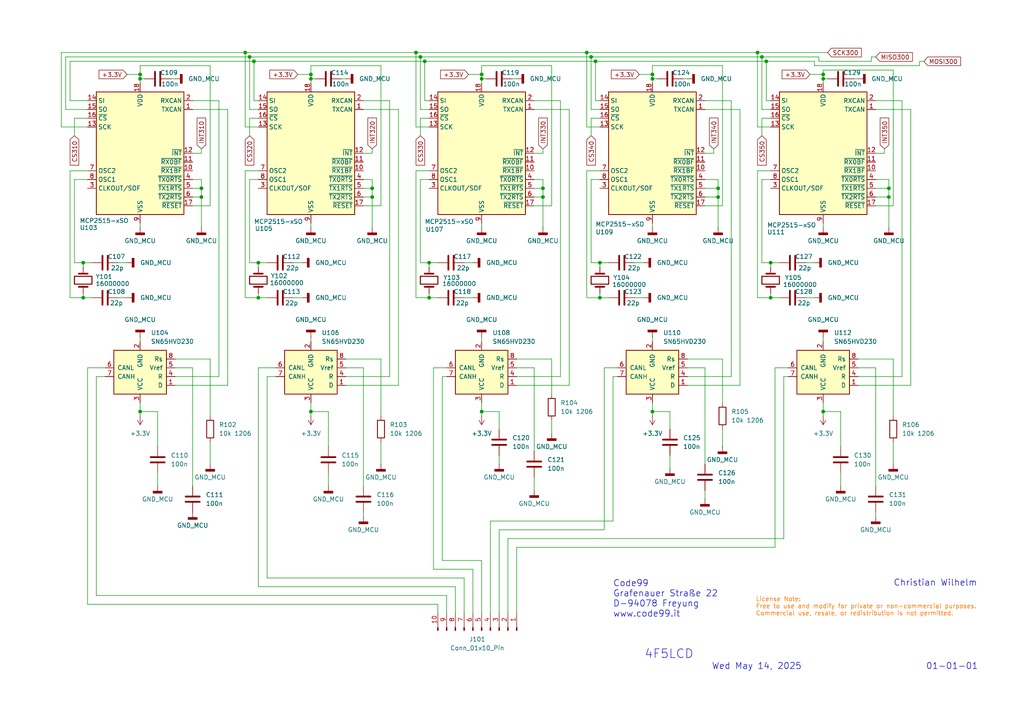
<source format=kicad_sch>
(kicad_sch (version 20250114) (generator "eeschema") (generator_version "9.0")
  (paper "A4")
  (text "Wed May 14, 2025" (at 206.4143 193.346 0) (effects (font (size 1.8288 1.8288)) (justify left)))
  (text "License Note:\nFree to use and modify for private or non-commercial purposes.\nCommercial use, resale, or redistribution is not permitted." (at 219.202 176.022 0) (effects (font (size 1.27 1.27)) (justify left)))
  (text "Code99\nGrafenauer Straße 22\nD-94078 Freyung\nwww.code99.it" (at 177.8 173.736 0) (effects (font (size 1.8288 1.8288)) (justify left)))
  (text "4F5LCD" (at 186.8804 189.8105 0) (effects (font (size 2.54 2.54)) (justify left)))
  (text "Christian Wilhelm" (at 283.464 169.164 0) (effects (font (size 1.8288 1.8288)) (justify right)))
  (text "01-01-01" (at 268.5515 193.346 0) (effects (font (size 1.8288 1.8288)) (justify left)))
  (junction (at 71.12 15.24))
  (junction (at 90.17 119.38))
  (junction (at 238.76 22.86))
  (junction (at 107.95 57.15))
  (junction (at 208.28 54.61))
  (junction (at 74.93 76.2))
  (junction (at 139.7 21.59))
  (junction (at 40.64 22.86))
  (junction (at 139.7 22.86))
  (junction (at 123.19 17.78))
  (junction (at 58.42 54.61))
  (junction (at 73.66 17.78))
  (junction (at 139.7 119.38))
  (junction (at 173.99 76.2))
  (junction (at 257.81 57.15))
  (junction (at 107.95 54.61))
  (junction (at 157.48 54.61))
  (junction (at 24.13 76.2))
  (junction (at 40.64 21.59))
  (junction (at 24.13 86.36))
  (junction (at 120.65 15.24))
  (junction (at 208.28 57.15))
  (junction (at 72.39 16.51))
  (junction (at 74.93 86.36))
  (junction (at 157.48 57.15))
  (junction (at 124.46 86.36))
  (junction (at 189.23 22.86))
  (junction (at 173.99 86.36))
  (junction (at 223.52 86.36))
  (junction (at 189.23 21.59))
  (junction (at 124.46 76.2))
  (junction (at 257.81 54.61))
  (junction (at 238.76 21.59))
  (junction (at 172.72 17.78))
  (junction (at 121.92 16.51))
  (junction (at 189.23 119.38))
  (junction (at 171.45 16.51))
  (junction (at 58.42 57.15))
  (junction (at 90.17 21.59))
  (junction (at 238.76 119.38))
  (junction (at 222.25 17.78))
  (junction (at 220.98 16.51))
  (junction (at 40.64 119.38))
  (junction (at 170.18 15.24))
  (junction (at 223.52 76.2))
  (junction (at 219.71 15.24))
  (junction (at 90.17 22.86))
  (wire (pts (xy 266.7 17.78) (xy 267.97 17.78)))
  (wire (pts (xy 256.54 43.18) (xy 256.54 44.45)))
  (wire (pts (xy 107.95 44.45) (xy 105.41 44.45)))
  (wire (pts (xy 204.47 59.69) (xy 209.55 59.69)))
  (wire (pts (xy 107.95 66.04) (xy 107.95 57.15)))
  (wire (pts (xy 45.72 137.16) (xy 45.72 140.97)))
  (wire (pts (xy 27.94 172.72) (xy 129.54 172.72)))
  (wire (pts (xy 189.23 22.86) (xy 190.5 22.86)))
  (wire (pts (xy 72.39 39.37) (xy 72.39 34.29)))
  (wire (pts (xy 128.27 109.22) (xy 128.27 162.56)))
  (wire (pts (xy 132.08 177.8) (xy 132.08 170.18)))
  (wire (pts (xy 55.88 59.69) (xy 60.96 59.69)))
  (wire (pts (xy 189.23 119.38) (xy 194.31 119.38)))
  (wire (pts (xy 157.48 44.45) (xy 154.94 44.45)))
  (wire (pts (xy 113.03 109.22) (xy 113.03 29.21)))
  (wire (pts (xy 120.65 49.53) (xy 124.46 49.53)))
  (wire (pts (xy 144.78 153.67) (xy 175.26 153.67)))
  (wire (pts (xy 25.4 106.68) (xy 30.48 106.68)))
  (wire (pts (xy 95.25 119.38) (xy 95.25 129.54)))
  (wire (pts (xy 21.59 76.2) (xy 24.13 76.2)))
  (wire (pts (xy 40.64 116.84) (xy 40.64 119.38)))
  (wire (pts (xy 71.12 86.36) (xy 74.93 86.36)))
  (wire (pts (xy 219.71 15.24) (xy 219.71 36.83)))
  (wire (pts (xy 204.47 134.62) (xy 204.47 106.68)))
  (wire (pts (xy 184.15 76.2) (xy 186.69 76.2)))
  (wire (pts (xy 25.4 29.21) (xy 20.32 29.21)))
  (wire (pts (xy 189.23 119.38) (xy 189.23 120.65)))
  (wire (pts (xy 209.55 59.69) (xy 209.55 19.05)))
  (wire (pts (xy 50.8 111.76) (xy 66.04 111.76)))
  (wire (pts (xy 173.99 86.36) (xy 173.99 85.09)))
  (wire (pts (xy 110.49 104.14) (xy 100.33 104.14)))
  (wire (pts (xy 254 59.69) (xy 259.08 59.69)))
  (wire (pts (xy 170.18 86.36) (xy 173.99 86.36)))
  (wire (pts (xy 171.45 16.51) (xy 220.98 16.51)))
  (wire (pts (xy 238.76 22.86) (xy 240.03 22.86)))
  (wire (pts (xy 220.98 52.07) (xy 220.98 76.2)))
  (wire (pts (xy 243.84 119.38) (xy 243.84 129.54)))
  (wire (pts (xy 20.32 49.53) (xy 20.32 86.36)))
  (wire (pts (xy 74.93 31.75) (xy 72.39 31.75)))
  (wire (pts (xy 189.23 97.79) (xy 189.23 99.06)))
  (wire (pts (xy 71.12 15.24) (xy 120.65 15.24)))
  (wire (pts (xy 207.01 43.18) (xy 207.01 44.45)))
  (wire (pts (xy 60.96 19.05) (xy 40.64 19.05)))
  (wire (pts (xy 261.62 29.21) (xy 254 29.21)))
  (wire (pts (xy 40.64 22.86) (xy 40.64 24.13)))
  (wire (pts (xy 189.23 21.59) (xy 189.23 22.86)))
  (wire (pts (xy 219.71 86.36) (xy 223.52 86.36)))
  (wire (pts (xy 121.92 52.07) (xy 124.46 52.07)))
  (wire (pts (xy 36.83 21.59) (xy 40.64 21.59)))
  (wire (pts (xy 60.96 128.27) (xy 60.96 134.62)))
  (wire (pts (xy 17.78 15.24) (xy 71.12 15.24)))
  (wire (pts (xy 154.94 54.61) (xy 157.48 54.61)))
  (wire (pts (xy 40.64 22.86) (xy 41.91 22.86)))
  (wire (pts (xy 173.99 31.75) (xy 171.45 31.75)))
  (wire (pts (xy 177.8 151.13) (xy 142.24 151.13)))
  (wire (pts (xy 222.25 17.78) (xy 222.25 29.21)))
  (wire (pts (xy 74.93 29.21) (xy 73.66 29.21)))
  (wire (pts (xy 139.7 97.79) (xy 139.7 99.06)))
  (wire (pts (xy 238.76 119.38) (xy 238.76 120.65)))
  (wire (pts (xy 72.39 52.07) (xy 72.39 76.2)))
  (wire (pts (xy 90.17 21.59) (xy 90.17 22.86)))
  (wire (pts (xy 254 52.07) (xy 257.81 52.07)))
  (wire (pts (xy 113.03 29.21) (xy 105.41 29.21)))
  (wire (pts (xy 139.7 22.86) (xy 139.7 24.13)))
  (wire (pts (xy 227.33 109.22) (xy 228.6 109.22)))
  (wire (pts (xy 247.65 22.86) (xy 248.92 22.86)))
  (wire (pts (xy 199.39 111.76) (xy 214.63 111.76)))
  (wire (pts (xy 144.78 119.38) (xy 144.78 124.46)))
  (wire (pts (xy 254 57.15) (xy 257.81 57.15)))
  (wire (pts (xy 189.23 116.84) (xy 189.23 119.38)))
  (wire (pts (xy 198.12 22.86) (xy 199.39 22.86)))
  (wire (pts (xy 236.22 19.05) (xy 266.7 19.05)))
  (wire (pts (xy 165.1 31.75) (xy 154.94 31.75)))
  (wire (pts (xy 162.56 29.21) (xy 154.94 29.21)))
  (wire (pts (xy 139.7 19.05) (xy 139.7 21.59)))
  (wire (pts (xy 171.45 16.51) (xy 171.45 31.75)))
  (wire (pts (xy 238.76 119.38) (xy 243.84 119.38)))
  (wire (pts (xy 121.92 52.07) (xy 121.92 76.2)))
  (wire (pts (xy 248.92 109.22) (xy 261.62 109.22)))
  (wire (pts (xy 173.99 36.83) (xy 170.18 36.83)))
  (wire (pts (xy 154.94 138.43) (xy 154.94 142.24)))
  (wire (pts (xy 24.13 86.36) (xy 24.13 85.09)))
  (wire (pts (xy 233.68 76.2) (xy 236.22 76.2)))
  (wire (pts (xy 147.32 156.21) (xy 227.33 156.21)))
  (wire (pts (xy 264.16 31.75) (xy 254 31.75)))
  (wire (pts (xy 173.99 86.36) (xy 176.53 86.36)))
  (wire (pts (xy 144.78 153.67) (xy 144.78 177.8)))
  (wire (pts (xy 222.25 17.78) (xy 236.22 17.78)))
  (wire (pts (xy 237.49 17.78) (xy 252.73 17.78)))
  (wire (pts (xy 160.02 121.92) (xy 160.02 125.73)))
  (wire (pts (xy 259.08 20.32) (xy 238.76 20.32)))
  (wire (pts (xy 157.48 43.18) (xy 157.48 44.45)))
  (wire (pts (xy 149.86 109.22) (xy 162.56 109.22)))
  (wire (pts (xy 66.04 31.75) (xy 55.88 31.75)))
  (wire (pts (xy 220.98 16.51) (xy 237.49 16.51)))
  (wire (pts (xy 123.19 17.78) (xy 123.19 29.21)))
  (wire (pts (xy 157.48 54.61) (xy 157.48 57.15)))
  (wire (pts (xy 139.7 119.38) (xy 144.78 119.38)))
  (wire (pts (xy 20.32 86.36) (xy 24.13 86.36)))
  (wire (pts (xy 107.95 43.18) (xy 107.95 44.45)))
  (wire (pts (xy 72.39 16.51) (xy 72.39 31.75)))
  (wire (pts (xy 234.95 21.59) (xy 238.76 21.59)))
  (wire (pts (xy 25.4 175.26) (xy 127 175.26)))
  (wire (pts (xy 124.46 29.21) (xy 123.19 29.21)))
  (wire (pts (xy 204.47 52.07) (xy 208.28 52.07)))
  (wire (pts (xy 236.22 17.78) (xy 236.22 19.05)))
  (wire (pts (xy 227.33 109.22) (xy 227.33 156.21)))
  (wire (pts (xy 124.46 31.75) (xy 121.92 31.75)))
  (wire (pts (xy 21.59 39.37) (xy 21.59 34.29)))
  (wire (pts (xy 58.42 54.61) (xy 58.42 57.15)))
  (wire (pts (xy 220.98 76.2) (xy 223.52 76.2)))
  (wire (pts (xy 55.88 54.61) (xy 58.42 54.61)))
  (wire (pts (xy 238.76 97.79) (xy 238.76 99.06)))
  (wire (pts (xy 219.71 49.53) (xy 219.71 86.36)))
  (wire (pts (xy 157.48 57.15) (xy 154.94 57.15)))
  (wire (pts (xy 171.45 52.07) (xy 171.45 76.2)))
  (wire (pts (xy 40.64 97.79) (xy 40.64 99.06)))
  (wire (pts (xy 40.64 119.38) (xy 45.72 119.38)))
  (wire (pts (xy 121.92 39.37) (xy 121.92 34.29)))
  (wire (pts (xy 115.57 31.75) (xy 105.41 31.75)))
  (wire (pts (xy 105.41 140.97) (xy 105.41 106.68)))
  (wire (pts (xy 160.02 19.05) (xy 139.7 19.05)))
  (wire (pts (xy 160.02 59.69) (xy 160.02 19.05)))
  (wire (pts (xy 173.99 77.47) (xy 173.99 76.2)))
  (wire (pts (xy 147.32 177.8) (xy 147.32 156.21)))
  (wire (pts (xy 189.23 22.86) (xy 189.23 24.13)))
  (wire (pts (xy 20.32 49.53) (xy 25.4 49.53)))
  (wire (pts (xy 124.46 76.2) (xy 127 76.2)))
  (wire (pts (xy 254 140.97) (xy 254 106.68)))
  (wire (pts (xy 223.52 29.21) (xy 222.25 29.21)))
  (wire (pts (xy 259.08 128.27) (xy 259.08 134.62)))
  (wire (pts (xy 100.33 109.22) (xy 113.03 109.22)))
  (wire (pts (xy 238.76 22.86) (xy 238.76 24.13)))
  (wire (pts (xy 254 106.68) (xy 248.92 106.68)))
  (wire (pts (xy 63.5 109.22) (xy 63.5 29.21)))
  (wire (pts (xy 19.05 16.51) (xy 72.39 16.51)))
  (wire (pts (xy 238.76 116.84) (xy 238.76 119.38)))
  (wire (pts (xy 72.39 34.29) (xy 74.93 34.29)))
  (wire (pts (xy 40.64 21.59) (xy 40.64 22.86)))
  (wire (pts (xy 139.7 119.38) (xy 139.7 120.65)))
  (wire (pts (xy 189.23 64.77) (xy 189.23 66.04)))
  (wire (pts (xy 85.09 86.36) (xy 87.63 86.36)))
  (wire (pts (xy 256.54 44.45) (xy 254 44.45)))
  (wire (pts (xy 238.76 20.32) (xy 238.76 21.59)))
  (wire (pts (xy 90.17 19.05) (xy 90.17 21.59)))
  (wire (pts (xy 139.7 22.86) (xy 140.97 22.86)))
  (wire (pts (xy 142.24 151.13) (xy 142.24 177.8)))
  (wire (pts (xy 171.45 34.29) (xy 173.99 34.29)))
  (wire (pts (xy 19.05 31.75) (xy 19.05 16.51)))
  (wire (pts (xy 184.15 86.36) (xy 186.69 86.36)))
  (wire (pts (xy 127 175.26) (xy 127 177.8)))
  (wire (pts (xy 49.53 22.86) (xy 50.8 22.86)))
  (wire (pts (xy 20.32 17.78) (xy 73.66 17.78)))
  (wire (pts (xy 120.65 15.24) (xy 170.18 15.24)))
  (wire (pts (xy 208.28 54.61) (xy 204.47 54.61)))
  (wire (pts (xy 223.52 77.47) (xy 223.52 76.2)))
  (wire (pts (xy 90.17 119.38) (xy 90.17 120.65)))
  (wire (pts (xy 77.47 109.22) (xy 77.47 167.64)))
  (wire (pts (xy 60.96 59.69) (xy 60.96 19.05)))
  (wire (pts (xy 185.42 21.59) (xy 189.23 21.59)))
  (wire (pts (xy 27.94 109.22) (xy 27.94 172.72)))
  (wire (pts (xy 170.18 49.53) (xy 173.99 49.53)))
  (wire (pts (xy 55.88 106.68) (xy 50.8 106.68)))
  (wire (pts (xy 248.92 111.76) (xy 264.16 111.76)))
  (wire (pts (xy 60.96 104.14) (xy 50.8 104.14)))
  (wire (pts (xy 55.88 44.45) (xy 58.42 44.45)))
  (wire (pts (xy 77.47 109.22) (xy 80.01 109.22)))
  (wire (pts (xy 110.49 120.65) (xy 110.49 104.14)))
  (wire (pts (xy 220.98 34.29) (xy 220.98 39.37)))
  (wire (pts (xy 224.79 106.68) (xy 228.6 106.68)))
  (wire (pts (xy 252.73 16.51) (xy 254 16.51)))
  (wire (pts (xy 233.68 86.36) (xy 236.22 86.36)))
  (wire (pts (xy 209.55 124.46) (xy 209.55 129.54)))
  (wire (pts (xy 21.59 52.07) (xy 25.4 52.07)))
  (wire (pts (xy 58.42 43.18) (xy 58.42 44.45)))
  (wire (pts (xy 129.54 172.72) (xy 129.54 177.8)))
  (wire (pts (xy 124.46 86.36) (xy 127 86.36)))
  (wire (pts (xy 72.39 76.2) (xy 74.93 76.2)))
  (wire (pts (xy 34.29 86.36) (xy 36.83 86.36)))
  (wire (pts (xy 237.49 16.51) (xy 237.49 17.78)))
  (wire (pts (xy 40.64 119.38) (xy 40.64 120.65)))
  (wire (pts (xy 199.39 109.22) (xy 212.09 109.22)))
  (wire (pts (xy 154.94 59.69) (xy 160.02 59.69)))
  (wire (pts (xy 189.23 19.05) (xy 189.23 21.59)))
  (wire (pts (xy 165.1 111.76) (xy 165.1 31.75)))
  (wire (pts (xy 123.19 17.78) (xy 172.72 17.78)))
  (wire (pts (xy 121.92 16.51) (xy 171.45 16.51)))
  (wire (pts (xy 207.01 44.45) (xy 204.47 44.45)))
  (wire (pts (xy 254 148.59) (xy 254 149.86)))
  (wire (pts (xy 72.39 16.51) (xy 121.92 16.51)))
  (wire (pts (xy 105.41 59.69) (xy 110.49 59.69)))
  (wire (pts (xy 40.64 19.05) (xy 40.64 21.59)))
  (wire (pts (xy 45.72 119.38) (xy 45.72 129.54)))
  (wire (pts (xy 120.65 15.24) (xy 120.65 36.83)))
  (wire (pts (xy 144.78 132.08) (xy 144.78 134.62)))
  (wire (pts (xy 107.95 57.15) (xy 105.41 57.15)))
  (wire (pts (xy 25.4 31.75) (xy 19.05 31.75)))
  (wire (pts (xy 134.62 167.64) (xy 77.47 167.64)))
  (wire (pts (xy 71.12 49.53) (xy 71.12 86.36)))
  (wire (pts (xy 194.31 119.38) (xy 194.31 124.46)))
  (wire (pts (xy 107.95 54.61) (xy 105.41 54.61)))
  (wire (pts (xy 95.25 137.16) (xy 95.25 140.97)))
  (wire (pts (xy 220.98 52.07) (xy 223.52 52.07)))
  (wire (pts (xy 139.7 21.59) (xy 139.7 22.86)))
  (wire (pts (xy 214.63 31.75) (xy 204.47 31.75)))
  (wire (pts (xy 139.7 64.77) (xy 139.7 66.04)))
  (wire (pts (xy 134.62 177.8) (xy 134.62 167.64)))
  (wire (pts (xy 90.17 119.38) (xy 95.25 119.38)))
  (wire (pts (xy 27.94 109.22) (xy 30.48 109.22)))
  (wire (pts (xy 223.52 86.36) (xy 226.06 86.36)))
  (wire (pts (xy 139.7 177.8) (xy 139.7 162.56)))
  (wire (pts (xy 90.17 116.84) (xy 90.17 119.38)))
  (wire (pts (xy 115.57 111.76) (xy 115.57 31.75)))
  (wire (pts (xy 154.94 130.81) (xy 154.94 106.68)))
  (wire (pts (xy 110.49 19.05) (xy 90.17 19.05)))
  (wire (pts (xy 134.62 76.2) (xy 137.16 76.2)))
  (wire (pts (xy 208.28 57.15) (xy 204.47 57.15)))
  (wire (pts (xy 243.84 137.16) (xy 243.84 140.97)))
  (wire (pts (xy 266.7 19.05) (xy 266.7 17.78)))
  (wire (pts (xy 25.4 106.68) (xy 25.4 175.26)))
  (wire (pts (xy 177.8 151.13) (xy 177.8 109.22)))
  (wire (pts (xy 124.46 36.83) (xy 120.65 36.83)))
  (wire (pts (xy 125.73 106.68) (xy 125.73 165.1)))
  (wire (pts (xy 125.73 106.68) (xy 129.54 106.68)))
  (wire (pts (xy 257.81 57.15) (xy 257.81 66.04)))
  (wire (pts (xy 134.62 86.36) (xy 137.16 86.36)))
  (wire (pts (xy 149.86 158.75) (xy 224.79 158.75)))
  (wire (pts (xy 132.08 170.18) (xy 74.93 170.18)))
  (wire (pts (xy 204.47 106.68) (xy 199.39 106.68)))
  (wire (pts (xy 160.02 104.14) (xy 149.86 104.14)))
  (wire (pts (xy 85.09 76.2) (xy 87.63 76.2)))
  (wire (pts (xy 175.26 153.67) (xy 175.26 106.68)))
  (wire (pts (xy 264.16 111.76) (xy 264.16 31.75)))
  (wire (pts (xy 74.93 85.09) (xy 74.93 86.36)))
  (wire (pts (xy 208.28 57.15) (xy 208.28 54.61)))
  (wire (pts (xy 170.18 15.24) (xy 170.18 36.83)))
  (wire (pts (xy 121.92 16.51) (xy 121.92 31.75)))
  (wire (pts (xy 55.88 140.97) (xy 55.88 106.68)))
  (wire (pts (xy 170.18 49.53) (xy 170.18 86.36)))
  (wire (pts (xy 194.31 132.08) (xy 194.31 135.89)))
  (wire (pts (xy 60.96 120.65) (xy 60.96 104.14)))
  (wire (pts (xy 40.64 64.77) (xy 40.64 66.04)))
  (wire (pts (xy 58.42 66.04) (xy 58.42 57.15)))
  (wire (pts (xy 66.04 111.76) (xy 66.04 31.75)))
  (wire (pts (xy 74.93 76.2) (xy 77.47 76.2)))
  (wire (pts (xy 90.17 64.77) (xy 90.17 66.04)))
  (wire (pts (xy 71.12 49.53) (xy 74.93 49.53)))
  (wire (pts (xy 105.41 106.68) (xy 100.33 106.68)))
  (wire (pts (xy 71.12 15.24) (xy 71.12 36.83)))
  (wire (pts (xy 157.48 66.04) (xy 157.48 57.15)))
  (wire (pts (xy 110.49 59.69) (xy 110.49 19.05)))
  (wire (pts (xy 154.94 52.07) (xy 157.48 52.07)))
  (wire (pts (xy 50.8 109.22) (xy 63.5 109.22)))
  (wire (pts (xy 173.99 29.21) (xy 172.72 29.21)))
  (wire (pts (xy 105.41 148.59) (xy 105.41 149.86)))
  (wire (pts (xy 74.93 106.68) (xy 74.93 170.18)))
  (wire (pts (xy 172.72 17.78) (xy 222.25 17.78)))
  (wire (pts (xy 120.65 86.36) (xy 124.46 86.36)))
  (wire (pts (xy 107.95 54.61) (xy 107.95 52.07)))
  (wire (pts (xy 208.28 66.04) (xy 208.28 57.15)))
  (wire (pts (xy 55.88 52.07) (xy 58.42 52.07)))
  (wire (pts (xy 139.7 116.84) (xy 139.7 119.38)))
  (wire (pts (xy 139.7 162.56) (xy 128.27 162.56)))
  (wire (pts (xy 149.86 111.76) (xy 165.1 111.76)))
  (wire (pts (xy 171.45 76.2) (xy 173.99 76.2)))
  (wire (pts (xy 90.17 22.86) (xy 90.17 24.13)))
  (wire (pts (xy 149.86 177.8) (xy 149.86 158.75)))
  (wire (pts (xy 17.78 36.83) (xy 17.78 15.24)))
  (wire (pts (xy 21.59 34.29) (xy 25.4 34.29)))
  (wire (pts (xy 220.98 34.29) (xy 223.52 34.29)))
  (wire (pts (xy 73.66 17.78) (xy 123.19 17.78)))
  (wire (pts (xy 21.59 52.07) (xy 21.59 76.2)))
  (wire (pts (xy 209.55 104.14) (xy 199.39 104.14)))
  (wire (pts (xy 160.02 114.3) (xy 160.02 104.14)))
  (wire (pts (xy 208.28 52.07) (xy 208.28 54.61)))
  (wire (pts (xy 209.55 116.84) (xy 209.55 104.14)))
  (wire (pts (xy 209.55 19.05) (xy 189.23 19.05)))
  (wire (pts (xy 135.89 21.59) (xy 139.7 21.59)))
  (wire (pts (xy 224.79 158.75) (xy 224.79 106.68)))
  (wire (pts (xy 58.42 57.15) (xy 55.88 57.15)))
  (wire (pts (xy 259.08 59.69) (xy 259.08 20.32)))
  (wire (pts (xy 223.52 36.83) (xy 219.71 36.83)))
  (wire (pts (xy 212.09 29.21) (xy 204.47 29.21)))
  (wire (pts (xy 86.36 21.59) (xy 90.17 21.59)))
  (wire (pts (xy 257.81 52.07) (xy 257.81 54.61)))
  (wire (pts (xy 107.95 52.07) (xy 105.41 52.07)))
  (wire (pts (xy 58.42 52.07) (xy 58.42 54.61)))
  (wire (pts (xy 24.13 86.36) (xy 26.67 86.36)))
  (wire (pts (xy 254 54.61) (xy 257.81 54.61)))
  (wire (pts (xy 261.62 109.22) (xy 261.62 29.21)))
  (wire (pts (xy 214.63 111.76) (xy 214.63 31.75)))
  (wire (pts (xy 74.93 77.47) (xy 74.93 76.2)))
  (wire (pts (xy 24.13 76.2) (xy 26.67 76.2)))
  (wire (pts (xy 238.76 21.59) (xy 238.76 22.86)))
  (wire (pts (xy 63.5 29.21) (xy 55.88 29.21)))
  (wire (pts (xy 219.71 49.53) (xy 223.52 49.53)))
  (wire (pts (xy 72.39 52.07) (xy 74.93 52.07)))
  (wire (pts (xy 137.16 177.8) (xy 137.16 165.1)))
  (wire (pts (xy 170.18 15.24) (xy 219.71 15.24)))
  (wire (pts (xy 74.93 106.68) (xy 80.01 106.68)))
  (wire (pts (xy 173.99 76.2) (xy 176.53 76.2)))
  (wire (pts (xy 257.81 54.61) (xy 257.81 57.15)))
  (wire (pts (xy 107.95 57.15) (xy 107.95 54.61)))
  (wire (pts (xy 220.98 16.51) (xy 220.98 31.75)))
  (wire (pts (xy 73.66 17.78) (xy 73.66 29.21)))
  (wire (pts (xy 25.4 36.83) (xy 17.78 36.83)))
  (wire (pts (xy 20.32 17.78) (xy 20.32 29.21)))
  (wire (pts (xy 99.06 22.86) (xy 100.33 22.86)))
  (wire (pts (xy 171.45 39.37) (xy 171.45 34.29)))
  (wire (pts (xy 171.45 52.07) (xy 173.99 52.07)))
  (wire (pts (xy 238.76 64.77) (xy 238.76 66.04)))
  (wire (pts (xy 121.92 76.2) (xy 124.46 76.2)))
  (wire (pts (xy 148.59 22.86) (xy 149.86 22.86)))
  (wire (pts (xy 137.16 165.1) (xy 125.73 165.1)))
  (wire (pts (xy 223.52 31.75) (xy 220.98 31.75)))
  (wire (pts (xy 90.17 97.79) (xy 90.17 99.06)))
  (wire (pts (xy 74.93 36.83) (xy 71.12 36.83)))
  (wire (pts (xy 219.71 15.24) (xy 240.03 15.24)))
  (wire (pts (xy 212.09 109.22) (xy 212.09 29.21)))
  (wire (pts (xy 110.49 128.27) (xy 110.49 134.62)))
  (wire (pts (xy 175.26 106.68) (xy 179.07 106.68)))
  (wire (pts (xy 24.13 77.47) (xy 24.13 76.2)))
  (wire (pts (xy 259.08 120.65) (xy 259.08 104.14)))
  (wire (pts (xy 121.92 34.29) (xy 124.46 34.29)))
  (wire (pts (xy 124.46 86.36) (xy 124.46 85.09)))
  (wire (pts (xy 204.47 142.24) (xy 204.47 144.78)))
  (wire (pts (xy 259.08 104.14) (xy 248.92 104.14)))
  (wire (pts (xy 154.94 106.68) (xy 149.86 106.68)))
  (wire (pts (xy 128.27 109.22) (xy 129.54 109.22)))
  (wire (pts (xy 74.93 86.36) (xy 77.47 86.36)))
  (wire (pts (xy 90.17 22.86) (xy 91.44 22.86)))
  (wire (pts (xy 172.72 17.78) (xy 172.72 29.21)))
  (wire (pts (xy 162.56 109.22) (xy 162.56 29.21)))
  (wire (pts (xy 124.46 77.47) (xy 124.46 76.2)))
  (wire (pts (xy 157.48 52.07) (xy 157.48 54.61)))
  (wire (pts (xy 100.33 111.76) (xy 115.57 111.76)))
  (wire (pts (xy 120.65 49.53) (xy 120.65 86.36)))
  (wire (pts (xy 177.8 109.22) (xy 179.07 109.22)))
  (wire (pts (xy 252.73 17.78) (xy 252.73 16.51)))
  (wire (pts (xy 223.52 86.36) (xy 223.52 85.09)))
  (wire (pts (xy 223.52 76.2) (xy 226.06 76.2)))
  (wire (pts (xy 34.29 76.2) (xy 36.83 76.2)))
  (global_label "+3.3V" (shape input) (at 36.83 21.59 180) (property "Intersheetrefs" "${INTERSHEET_REFS}" (effects (hide yes))))
  (global_label "+3.3V" (shape input) (at 86.36 21.59 180) (property "Intersheetrefs" "${INTERSHEET_REFS}" (effects (hide yes))))
  (global_label "INT340" (shape input) (at 207.01 43.18 90) (property "Intersheetrefs" "${INTERSHEET_REFS}" (effects (hide yes))))
  (global_label "+3.3V" (shape input) (at 185.42 21.59 180) (property "Intersheetrefs" "${INTERSHEET_REFS}" (effects (hide yes))))
  (global_label "MISO300" (shape input) (at 254 16.51 0) (property "Intersheetrefs" "${INTERSHEET_REFS}" (effects (hide yes))))
  (global_label "+3.3V" (shape input) (at 234.95 21.59 180) (property "Intersheetrefs" "${INTERSHEET_REFS}" (effects (hide yes))))
  (global_label "CS310" (shape input) (at 21.59 39.37 270) (property "Intersheetrefs" "${INTERSHEET_REFS}" (effects (hide yes))))
  (global_label "CS330" (shape input) (at 121.92 39.37 270) (property "Intersheetrefs" "${INTERSHEET_REFS}" (effects (hide yes))))
  (global_label "CS320" (shape input) (at 72.39 39.37 270) (property "Intersheetrefs" "${INTERSHEET_REFS}" (effects (hide yes))))
  (global_label "SCK300" (shape input) (at 240.03 15.24 0) (property "Intersheetrefs" "${INTERSHEET_REFS}" (effects (hide yes))))
  (global_label "CS340" (shape input) (at 171.45 39.37 270) (property "Intersheetrefs" "${INTERSHEET_REFS}" (effects (hide yes))))
  (global_label "INT350" (shape input) (at 256.54 43.18 90) (property "Intersheetrefs" "${INTERSHEET_REFS}" (effects (hide yes))))
  (global_label "INT320" (shape input) (at 107.95 43.18 90) (property "Intersheetrefs" "${INTERSHEET_REFS}" (effects (hide yes))))
  (global_label "CS350" (shape input) (at 220.98 39.37 270) (property "Intersheetrefs" "${INTERSHEET_REFS}" (effects (hide yes))))
  (global_label "INT310" (shape input) (at 58.42 43.18 90) (property "Intersheetrefs" "${INTERSHEET_REFS}" (effects (hide yes))))
  (global_label "+3.3V" (shape input) (at 135.89 21.59 180) (property "Intersheetrefs" "${INTERSHEET_REFS}" (effects (hide yes))))
  (global_label "INT330" (shape input) (at 157.48 43.18 90) (property "Intersheetrefs" "${INTERSHEET_REFS}" (effects (hide yes))))
  (global_label "MOSI300" (shape input) (at 267.97 17.78 0) (property "Intersheetrefs" "${INTERSHEET_REFS}" (effects (hide yes))))
  (symbol (lib_id "power:GNDD") (at 186.69 76.2 90) (unit 1)
    (property "Reference" "#PWR0140" (effects (hide yes)))
    (property "Value" "GND_MCU" (at 190.5 76.1999 90) (effects (justify right)))
    (property "Description" "Power symbol creates a global label with name \"GNDD\" , digital ground" (effects (hide yes)))
  )
  (symbol (lib_id "power:GNDD") (at 149.86 22.86 90) (unit 1)
    (property "Reference" "#PWR0136" (effects (hide yes)))
    (property "Value" "GND_MCU" (at 153.67 22.8599 90) (effects (justify right)))
    (property "Description" "Power symbol creates a global label with name \"GNDD\" , digital ground" (effects (hide yes)))
  )
  (symbol (lib_id "power:GNDD") (at 55.88 148.59 0) (unit 1)
    (property "Reference" "#PWR0117" (effects (hide yes)))
    (property "Value" "GND_MCU" (at 55.88 152.4 0))
    (property "Description" "Power symbol creates a global label with name \"GNDD\" , digital ground" (effects (hide yes)))
  )
  (symbol (lib_id "power:GNDD") (at 254 149.86 0) (unit 1)
    (property "Reference" "#PWR0157" (effects (hide yes)))
    (property "Value" "GND_MCU" (at 254 153.67 0))
    (property "Description" "Power symbol creates a global label with name \"GNDD\" , digital ground" (effects (hide yes)))
  )
  (symbol (lib_id "Device:C") (at 204.47 138.43 0) (unit 1)
    (property "Reference" "C126" (at 208.28 137.1599 0) (effects (justify left)))
    (property "Value" "100n" (at 208.28 139.6999 0) (effects (justify left)))
    (property "Footprint" "Capacitor_SMD:C_1206_3216Metric" (effects (hide yes)))
    (property "Description" "Unpolarized capacitor" (effects (hide yes)))
  )
  (symbol (lib_id "power:+3.3V") (at 189.23 120.65 180) (unit 1)
    (property "Reference" "#PWR0144" (effects (hide yes)))
    (property "Value" "+3.3V" (at 189.23 125.73 0))
    (property "Description" "Power symbol creates a global label with name \"+3.3V\"" (effects (hide yes)))
  )
  (symbol (lib_id "power:GNDD") (at 58.42 66.04 0) (unit 1)
    (property "Reference" "#PWR0118" (effects (hide yes)))
    (property "Value" "GND_MCU" (at 58.42 69.85 0))
    (property "Description" "Power symbol creates a global label with name \"GNDD\" , digital ground" (effects (hide yes)))
  )
  (symbol (lib_id "Interface_CAN_LIN:MCP2515-xSO") (at 238.76 44.45 0) (unit 1)
    (property "Reference" "U111" (at 222.504 67.31 0) (effects (justify left)))
    (property "Value" "MCP2515-xSO" (at 222.504 65.278 0) (effects (justify left)))
    (property "Footprint" "Package_SO:SOIC-18W_7.5x11.6mm_P1.27mm" (effects (hide yes)))
    (property "Datasheet" "http://ww1.microchip.com/downloads/en/DeviceDoc/21801e.pdf" (effects (hide yes)))
    (property "Description" "Stand-Alone CAN Controller with SPI Interface, SOIC-18" (effects (hide yes)))
  )
  (symbol (lib_id "Device:C") (at 30.48 76.2 90) (unit 1)
    (property "Reference" "C107" (at 33.782 74.422 90))
    (property "Value" "22p" (at 34.036 77.724 90))
    (property "Footprint" "Capacitor_SMD:C_0603_1608Metric" (effects (hide yes)))
    (property "Description" "Unpolarized capacitor" (effects (hide yes)))
  )
  (symbol (lib_id "Device:C") (at 144.78 128.27 0) (unit 1)
    (property "Reference" "C120" (at 148.59 126.9999 0) (effects (justify left)))
    (property "Value" "100n" (at 148.59 129.5399 0) (effects (justify left)))
    (property "Footprint" "Capacitor_SMD:C_1206_3216Metric" (effects (hide yes)))
    (property "Description" "Unpolarized capacitor" (effects (hide yes)))
  )
  (symbol (lib_id "Device:C") (at 154.94 134.62 0) (unit 1)
    (property "Reference" "C121" (at 158.75 133.3499 0) (effects (justify left)))
    (property "Value" "100n" (at 158.75 135.8899 0) (effects (justify left)))
    (property "Footprint" "Capacitor_SMD:C_1206_3216Metric" (effects (hide yes)))
    (property "Description" "Unpolarized capacitor" (effects (hide yes)))
  )
  (symbol (lib_id "power:GNDD") (at 40.64 97.79 180) (unit 1)
    (property "Reference" "#PWR0113" (effects (hide yes)))
    (property "Value" "GND_MCU" (at 40.64 92.71 0))
    (property "Description" "Power symbol creates a global label with name \"GNDD\" , digital ground" (effects (hide yes)))
  )
  (symbol (lib_id "power:GNDD") (at 209.55 129.54 0) (unit 1)
    (property "Reference" "#PWR0149" (effects (hide yes)))
    (property "Value" "GND_MCU" (at 209.55 133.35 0))
    (property "Description" "Power symbol creates a global label with name \"GNDD\" , digital ground" (effects (hide yes)))
  )
  (symbol (lib_id "Connector:Conn_01x10_Pin") (at 139.7 182.88 270) (mirror x) (unit 1)
    (property "Reference" "J101" (at 138.43 185.42 90))
    (property "Value" "Conn_01x10_Pin" (at 138.43 187.96 90))
    (property "Footprint" "Connector_IDC:IDC-Header_2x05_P2.54mm_Horizontal" (effects (hide yes)))
    (property "Description" "Generic connector, single row, 01x10, script generated" (effects (hide yes)))
  )
  (symbol (lib_id "Device:C") (at 45.72 22.86 90) (unit 1)
    (property "Reference" "C109" (at 49.022 21.082 90))
    (property "Value" "100n" (at 49.276 24.384 90))
    (property "Footprint" "Capacitor_SMD:C_1206_3216Metric" (effects (hide yes)))
    (property "Description" "Unpolarized capacitor" (effects (hide yes)))
  )
  (symbol (lib_id "Device:C") (at 130.81 86.36 270) (unit 1)
    (property "Reference" "C118" (at 134.112 84.582 90))
    (property "Value" "22p" (at 134.112 87.884 90))
    (property "Footprint" "Capacitor_SMD:C_0603_1608Metric" (effects (hide yes)))
    (property "Description" "Unpolarized capacitor" (effects (hide yes)))
  )
  (symbol (lib_id "power:GNDD") (at 137.16 76.2 90) (unit 1)
    (property "Reference" "#PWR0130" (effects (hide yes)))
    (property "Value" "GND_MCU" (at 140.97 76.1999 90) (effects (justify right)))
    (property "Description" "Power symbol creates a global label with name \"GNDD\" , digital ground" (effects (hide yes)))
  )
  (symbol (lib_id "power:GNDD") (at 238.76 66.04 0) (unit 1)
    (property "Reference" "#PWR0152" (effects (hide yes)))
    (property "Value" "GND_MCU" (at 238.76 69.85 0))
    (property "Description" "Power symbol creates a global label with name \"GNDD\" , digital ground" (effects (hide yes)))
  )
  (symbol (lib_id "Device:C") (at 229.87 76.2 90) (unit 1)
    (property "Reference" "C127" (at 233.172 74.422 90))
    (property "Value" "22p" (at 233.426 77.724 90))
    (property "Footprint" "Capacitor_SMD:C_0603_1608Metric" (effects (hide yes)))
    (property "Description" "Unpolarized capacitor" (effects (hide yes)))
  )
  (symbol (lib_id "power:GNDD") (at 36.83 86.36 90) (unit 1)
    (property "Reference" "#PWR0111" (effects (hide yes)))
    (property "Value" "GND_MCU" (at 40.64 86.3599 90) (effects (justify right)))
    (property "Description" "Power symbol creates a global label with name \"GNDD\" , digital ground" (effects (hide yes)))
  )
  (symbol (lib_id "Device:Crystal") (at 24.13 81.28 90) (unit 1)
    (property "Reference" "Y101" (at 27.686 80.264 90) (effects (justify right)))
    (property "Value" "16000000" (at 27.686 82.296 90) (effects (justify right)))
    (property "Footprint" "Crystal:Crystal_SMD_Abracon_ABM3-2Pin_5.0x3.2mm" (effects (hide yes)))
    (property "Description" "Two pin crystal" (effects (hide yes)))
  )
  (symbol (lib_id "power:GNDD") (at 236.22 86.36 90) (unit 1)
    (property "Reference" "#PWR0151" (effects (hide yes)))
    (property "Value" "GND_MCU" (at 240.03 86.3599 90) (effects (justify right)))
    (property "Description" "Power symbol creates a global label with name \"GNDD\" , digital ground" (effects (hide yes)))
  )
  (symbol (lib_id "Device:C") (at 95.25 22.86 90) (unit 1)
    (property "Reference" "C114" (at 98.552 21.082 90))
    (property "Value" "100n" (at 98.806 24.384 90))
    (property "Footprint" "Capacitor_SMD:C_1206_3216Metric" (effects (hide yes)))
    (property "Description" "Unpolarized capacitor" (effects (hide yes)))
  )
  (symbol (lib_id "Interface_CAN_LIN:SN65HVD230") (at 40.64 109.22 180) (unit 1)
    (property "Reference" "U104" (at 43.7581 96.52 0) (effects (justify right)))
    (property "Value" "SN65HVD230" (at 43.7581 99.06 0) (effects (justify right)))
    (property "Footprint" "Package_SO:SOIC-8_3.9x4.9mm_P1.27mm" (effects (hide yes)))
    (property "Datasheet" "http://www.ti.com/lit/ds/symlink/sn65hvd230.pdf" (effects (hide yes)))
    (property "Description" "CAN Bus Transceivers, 3.3V, 1Mbps, Low-Power capabilities, SOIC-8" (effects (hide yes)))
  )
  (symbol (lib_id "Device:R") (at 160.02 118.11 0) (unit 1)
    (property "Reference" "R104" (at 162.56 116.8399 0) (effects (justify left)))
    (property "Value" "10k 1206" (at 162.56 119.3799 0) (effects (justify left)))
    (property "Footprint" "Resistor_SMD:R_1206_3216Metric" (effects (hide yes)))
    (property "Description" "Resistor" (effects (hide yes)))
  )
  (symbol (lib_id "power:GNDD") (at 186.69 86.36 90) (unit 1)
    (property "Reference" "#PWR0141" (effects (hide yes)))
    (property "Value" "GND_MCU" (at 190.5 86.3599 90) (effects (justify right)))
    (property "Description" "Power symbol creates a global label with name \"GNDD\" , digital ground" (effects (hide yes)))
  )
  (symbol (lib_id "power:GNDD") (at 189.23 66.04 0) (unit 1)
    (property "Reference" "#PWR0142" (effects (hide yes)))
    (property "Value" "GND_MCU" (at 189.23 69.85 0))
    (property "Description" "Power symbol creates a global label with name \"GNDD\" , digital ground" (effects (hide yes)))
  )
  (symbol (lib_id "power:GNDD") (at 40.64 66.04 0) (unit 1)
    (property "Reference" "#PWR0112" (effects (hide yes)))
    (property "Value" "GND_MCU" (at 40.64 69.85 0))
    (property "Description" "Power symbol creates a global label with name \"GNDD\" , digital ground" (effects (hide yes)))
  )
  (symbol (lib_id "Interface_CAN_LIN:MCP2515-xSO") (at 90.17 44.45 0) (unit 1)
    (property "Reference" "U105" (at 73.914 66.294 0) (effects (justify left)))
    (property "Value" "MCP2515-xSO" (at 73.66 64.262 0) (effects (justify left)))
    (property "Footprint" "Package_SO:SOIC-18W_7.5x11.6mm_P1.27mm" (effects (hide yes)))
    (property "Datasheet" "http://ww1.microchip.com/downloads/en/DeviceDoc/21801e.pdf" (effects (hide yes)))
    (property "Description" "Stand-Alone CAN Controller with SPI Interface, SOIC-18" (effects (hide yes)))
  )
  (symbol (lib_id "Interface_CAN_LIN:SN65HVD230") (at 238.76 109.22 180) (unit 1)
    (property "Reference" "U112" (at 241.8781 96.52 0) (effects (justify right)))
    (property "Value" "SN65HVD230" (at 241.8781 99.06 0) (effects (justify right)))
    (property "Footprint" "Package_SO:SOIC-8_3.9x4.9mm_P1.27mm" (effects (hide yes)))
    (property "Datasheet" "http://www.ti.com/lit/ds/symlink/sn65hvd230.pdf" (effects (hide yes)))
    (property "Description" "CAN Bus Transceivers, 3.3V, 1Mbps, Low-Power capabilities, SOIC-8" (effects (hide yes)))
  )
  (symbol (lib_id "Device:C") (at 180.34 86.36 270) (unit 1)
    (property "Reference" "C123" (at 183.642 84.582 90))
    (property "Value" "22p" (at 183.642 87.884 90))
    (property "Footprint" "Capacitor_SMD:C_0603_1608Metric" (effects (hide yes)))
    (property "Description" "Unpolarized capacitor" (effects (hide yes)))
  )
  (symbol (lib_id "Device:C") (at 55.88 144.78 0) (unit 1)
    (property "Reference" "C111" (at 59.69 143.5099 0) (effects (justify left)))
    (property "Value" "100n" (at 59.69 146.0499 0) (effects (justify left)))
    (property "Footprint" "Capacitor_SMD:C_1206_3216Metric" (effects (hide yes)))
    (property "Description" "Unpolarized capacitor" (effects (hide yes)))
  )
  (symbol (lib_id "power:GNDD") (at 45.72 140.97 0) (unit 1)
    (property "Reference" "#PWR0115" (effects (hide yes)))
    (property "Value" "GND_MCU" (at 45.72 144.78 0))
    (property "Description" "Power symbol creates a global label with name \"GNDD\" , digital ground" (effects (hide yes)))
  )
  (symbol (lib_id "Device:C") (at 45.72 133.35 0) (unit 1)
    (property "Reference" "C110" (at 49.53 132.0799 0) (effects (justify left)))
    (property "Value" "100n" (at 49.53 134.6199 0) (effects (justify left)))
    (property "Footprint" "Capacitor_SMD:C_1206_3216Metric" (effects (hide yes)))
    (property "Description" "Unpolarized capacitor" (effects (hide yes)))
  )
  (symbol (lib_id "power:GNDD") (at 110.49 134.62 0) (unit 1)
    (property "Reference" "#PWR0129" (effects (hide yes)))
    (property "Value" "GND_MCU" (at 110.49 138.43 0))
    (property "Description" "Power symbol creates a global label with name \"GNDD\" , digital ground" (effects (hide yes)))
  )
  (symbol (lib_id "power:+3.3V") (at 40.64 120.65 180) (unit 1)
    (property "Reference" "#PWR0114" (effects (hide yes)))
    (property "Value" "+3.3V" (at 40.64 125.73 0))
    (property "Description" "Power symbol creates a global label with name \"+3.3V\"" (effects (hide yes)))
  )
  (symbol (lib_id "power:GNDD") (at 157.48 66.04 0) (unit 1)
    (property "Reference" "#PWR0138" (effects (hide yes)))
    (property "Value" "GND_MCU" (at 157.48 69.85 0))
    (property "Description" "Power symbol creates a global label with name \"GNDD\" , digital ground" (effects (hide yes)))
  )
  (symbol (lib_id "power:GNDD") (at 90.17 97.79 180) (unit 1)
    (property "Reference" "#PWR0123" (effects (hide yes)))
    (property "Value" "GND_MCU" (at 90.17 92.71 0))
    (property "Description" "Power symbol creates a global label with name \"GNDD\" , digital ground" (effects (hide yes)))
  )
  (symbol (lib_id "Device:C") (at 254 144.78 0) (unit 1)
    (property "Reference" "C131" (at 257.81 143.5099 0) (effects (justify left)))
    (property "Value" "100n" (at 257.81 146.0499 0) (effects (justify left)))
    (property "Footprint" "Capacitor_SMD:C_1206_3216Metric" (effects (hide yes)))
    (property "Description" "Unpolarized capacitor" (effects (hide yes)))
  )
  (symbol (lib_id "power:GNDD") (at 100.33 22.86 90) (unit 1)
    (property "Reference" "#PWR0126" (effects (hide yes)))
    (property "Value" "GND_MCU" (at 104.14 22.8599 90) (effects (justify right)))
    (property "Description" "Power symbol creates a global label with name \"GNDD\" , digital ground" (effects (hide yes)))
  )
  (symbol (lib_id "power:GNDD") (at 87.63 86.36 90) (unit 1)
    (property "Reference" "#PWR0121" (effects (hide yes)))
    (property "Value" "GND_MCU" (at 91.44 86.3599 90) (effects (justify right)))
    (property "Description" "Power symbol creates a global label with name \"GNDD\" , digital ground" (effects (hide yes)))
  )
  (symbol (lib_id "power:GNDD") (at 189.23 97.79 180) (unit 1)
    (property "Reference" "#PWR0143" (effects (hide yes)))
    (property "Value" "GND_MCU" (at 189.23 92.71 0))
    (property "Description" "Power symbol creates a global label with name \"GNDD\" , digital ground" (effects (hide yes)))
  )
  (symbol (lib_id "power:GNDD") (at 105.41 149.86 0) (unit 1)
    (property "Reference" "#PWR0127" (effects (hide yes)))
    (property "Value" "GND_MCU" (at 105.41 153.67 0))
    (property "Description" "Power symbol creates a global label with name \"GNDD\" , digital ground" (effects (hide yes)))
  )
  (symbol (lib_id "Device:C") (at 243.84 133.35 0) (unit 1)
    (property "Reference" "C130" (at 247.65 132.0799 0) (effects (justify left)))
    (property "Value" "100n" (at 247.65 134.6199 0) (effects (justify left)))
    (property "Footprint" "Capacitor_SMD:C_1206_3216Metric" (effects (hide yes)))
    (property "Description" "Unpolarized capacitor" (effects (hide yes)))
  )
  (symbol (lib_id "power:GNDD") (at 257.81 66.04 0) (unit 1)
    (property "Reference" "#PWR0158" (effects (hide yes)))
    (property "Value" "GND_MCU" (at 257.81 69.85 0))
    (property "Description" "Power symbol creates a global label with name \"GNDD\" , digital ground" (effects (hide yes)))
  )
  (symbol (lib_id "Device:R") (at 60.96 124.46 0) (unit 1)
    (property "Reference" "R102" (at 63.5 123.1899 0) (effects (justify left)))
    (property "Value" "10k 1206" (at 63.5 125.7299 0) (effects (justify left)))
    (property "Footprint" "Resistor_SMD:R_1206_3216Metric" (effects (hide yes)))
    (property "Description" "Resistor" (effects (hide yes)))
  )
  (symbol (lib_id "Device:R") (at 110.49 124.46 0) (unit 1)
    (property "Reference" "R103" (at 113.03 123.1899 0) (effects (justify left)))
    (property "Value" "10k 1206" (at 113.03 125.7299 0) (effects (justify left)))
    (property "Footprint" "Resistor_SMD:R_1206_3216Metric" (effects (hide yes)))
    (property "Description" "Resistor" (effects (hide yes)))
  )
  (symbol (lib_id "Interface_CAN_LIN:SN65HVD230") (at 189.23 109.22 180) (unit 1)
    (property "Reference" "U110" (at 192.3481 96.52 0) (effects (justify right)))
    (property "Value" "SN65HVD230" (at 192.3481 99.06 0) (effects (justify right)))
    (property "Footprint" "Package_SO:SOIC-8_3.9x4.9mm_P1.27mm" (effects (hide yes)))
    (property "Datasheet" "http://www.ti.com/lit/ds/symlink/sn65hvd230.pdf" (effects (hide yes)))
    (property "Description" "CAN Bus Transceivers, 3.3V, 1Mbps, Low-Power capabilities, SOIC-8" (effects (hide yes)))
  )
  (symbol (lib_id "Interface_CAN_LIN:MCP2515-xSO") (at 40.64 44.45 0) (unit 1)
    (property "Reference" "U103" (at 23.114 66.04 0) (effects (justify left)))
    (property "Value" "MCP2515-xSO" (at 23.114 64.008 0) (effects (justify left)))
    (property "Footprint" "Package_SO:SOIC-18W_7.5x11.6mm_P1.27mm" (effects (hide yes)))
    (property "Datasheet" "http://ww1.microchip.com/downloads/en/DeviceDoc/21801e.pdf" (effects (hide yes)))
    (property "Description" "Stand-Alone CAN Controller with SPI Interface, SOIC-18" (effects (hide yes)))
  )
  (symbol (lib_id "Device:R") (at 209.55 120.65 0) (unit 1)
    (property "Reference" "R105" (at 212.09 119.3799 0) (effects (justify left)))
    (property "Value" "10k 1206" (at 212.09 121.9199 0) (effects (justify left)))
    (property "Footprint" "Resistor_SMD:R_1206_3216Metric" (effects (hide yes)))
    (property "Description" "Resistor" (effects (hide yes)))
  )
  (symbol (lib_id "power:GNDD") (at 144.78 134.62 0) (unit 1)
    (property "Reference" "#PWR0135" (effects (hide yes)))
    (property "Value" "GND_MCU" (at 144.78 138.43 0))
    (property "Description" "Power symbol creates a global label with name \"GNDD\" , digital ground" (effects (hide yes)))
  )
  (symbol (lib_id "power:GNDD") (at 204.47 144.78 0) (unit 1)
    (property "Reference" "#PWR0147" (effects (hide yes)))
    (property "Value" "GND_MCU" (at 204.47 148.59 0))
    (property "Description" "Power symbol creates a global label with name \"GNDD\" , digital ground" (effects (hide yes)))
  )
  (symbol (lib_id "power:GNDD") (at 60.96 134.62 0) (unit 1)
    (property "Reference" "#PWR0119" (effects (hide yes)))
    (property "Value" "GND_MCU" (at 60.96 138.43 0))
    (property "Description" "Power symbol creates a global label with name \"GNDD\" , digital ground" (effects (hide yes)))
  )
  (symbol (lib_id "Device:C") (at 194.31 128.27 0) (unit 1)
    (property "Reference" "C125" (at 198.12 126.9999 0) (effects (justify left)))
    (property "Value" "100n" (at 198.12 129.5399 0) (effects (justify left)))
    (property "Footprint" "Capacitor_SMD:C_1206_3216Metric" (effects (hide yes)))
    (property "Description" "Unpolarized capacitor" (effects (hide yes)))
  )
  (symbol (lib_id "Device:C") (at 243.84 22.86 90) (unit 1)
    (property "Reference" "C129" (at 247.142 21.082 90))
    (property "Value" "100n" (at 247.396 24.384 90))
    (property "Footprint" "Capacitor_SMD:C_1206_3216Metric" (effects (hide yes)))
    (property "Description" "Unpolarized capacitor" (effects (hide yes)))
  )
  (symbol (lib_id "Device:C") (at 81.28 76.2 90) (unit 1)
    (property "Reference" "C112" (at 84.582 74.422 90))
    (property "Value" "22p" (at 84.836 77.724 90))
    (property "Footprint" "Capacitor_SMD:C_0603_1608Metric" (effects (hide yes)))
    (property "Description" "Unpolarized capacitor" (effects (hide yes)))
  )
  (symbol (lib_id "Device:C") (at 194.31 22.86 90) (unit 1)
    (property "Reference" "C124" (at 197.612 21.082 90))
    (property "Value" "100n" (at 197.866 24.384 90))
    (property "Footprint" "Capacitor_SMD:C_1206_3216Metric" (effects (hide yes)))
    (property "Description" "Unpolarized capacitor" (effects (hide yes)))
  )
  (symbol (lib_id "Interface_CAN_LIN:MCP2515-xSO") (at 189.23 44.45 0) (unit 1)
    (property "Reference" "U109" (at 172.72 67.31 0) (effects (justify left)))
    (property "Value" "MCP2515-xSO" (at 172.72 65.024 0) (effects (justify left)))
    (property "Footprint" "Package_SO:SOIC-18W_7.5x11.6mm_P1.27mm" (effects (hide yes)))
    (property "Datasheet" "http://ww1.microchip.com/downloads/en/DeviceDoc/21801e.pdf" (effects (hide yes)))
    (property "Description" "Stand-Alone CAN Controller with SPI Interface, SOIC-18" (effects (hide yes)))
  )
  (symbol (lib_id "Device:Crystal") (at 173.99 81.28 90) (unit 1)
    (property "Reference" "Y104" (at 177.8 80.518 90) (effects (justify right)))
    (property "Value" "16000000" (at 177.546 82.55 90) (effects (justify right)))
    (property "Footprint" "Crystal:Crystal_SMD_Abracon_ABM3-2Pin_5.0x3.2mm" (effects (hide yes)))
    (property "Description" "Two pin crystal" (effects (hide yes)))
  )
  (symbol (lib_id "power:+3.3V") (at 238.76 120.65 180) (unit 1)
    (property "Reference" "#PWR0154" (effects (hide yes)))
    (property "Value" "+3.3V" (at 238.76 125.73 0))
    (property "Description" "Power symbol creates a global label with name \"+3.3V\"" (effects (hide yes)))
  )
  (symbol (lib_id "Device:C") (at 180.34 76.2 90) (unit 1)
    (property "Reference" "C122" (at 183.642 74.422 90))
    (property "Value" "22p" (at 183.896 77.724 90))
    (property "Footprint" "Capacitor_SMD:C_0603_1608Metric" (effects (hide yes)))
    (property "Description" "Unpolarized capacitor" (effects (hide yes)))
  )
  (symbol (lib_id "power:GNDD") (at 236.22 76.2 90) (unit 1)
    (property "Reference" "#PWR0150" (effects (hide yes)))
    (property "Value" "GND_MCU" (at 240.03 76.1999 90) (effects (justify right)))
    (property "Description" "Power symbol creates a global label with name \"GNDD\" , digital ground" (effects (hide yes)))
  )
  (symbol (lib_id "Device:C") (at 81.28 86.36 270) (unit 1)
    (property "Reference" "C113" (at 84.582 84.582 90))
    (property "Value" "22p" (at 84.582 87.884 90))
    (property "Footprint" "Capacitor_SMD:C_0603_1608Metric" (effects (hide yes)))
    (property "Description" "Unpolarized capacitor" (effects (hide yes)))
  )
  (symbol (lib_id "Device:Crystal") (at 74.93 81.28 90) (unit 1)
    (property "Reference" "Y102" (at 78.486 80.01 90) (effects (justify right)))
    (property "Value" "16000000" (at 78.232 82.042 90) (effects (justify right)))
    (property "Footprint" "Crystal:Crystal_SMD_Abracon_ABM3-2Pin_5.0x3.2mm" (effects (hide yes)))
    (property "Description" "Two pin crystal" (effects (hide yes)))
  )
  (symbol (lib_id "power:GNDD") (at 95.25 140.97 0) (unit 1)
    (property "Reference" "#PWR0125" (effects (hide yes)))
    (property "Value" "GND_MCU" (at 95.25 144.78 0))
    (property "Description" "Power symbol creates a global label with name \"GNDD\" , digital ground" (effects (hide yes)))
  )
  (symbol (lib_id "power:GNDD") (at 139.7 66.04 0) (unit 1)
    (property "Reference" "#PWR0132" (effects (hide yes)))
    (property "Value" "GND_MCU" (at 139.7 69.85 0))
    (property "Description" "Power symbol creates a global label with name \"GNDD\" , digital ground" (effects (hide yes)))
  )
  (symbol (lib_id "power:GNDD") (at 36.83 76.2 90) (unit 1)
    (property "Reference" "#PWR0110" (effects (hide yes)))
    (property "Value" "GND_MCU" (at 40.64 76.1999 90) (effects (justify right)))
    (property "Description" "Power symbol creates a global label with name \"GNDD\" , digital ground" (effects (hide yes)))
  )
  (symbol (lib_id "Device:C") (at 30.48 86.36 270) (unit 1)
    (property "Reference" "C108" (at 33.782 84.582 90))
    (property "Value" "22p" (at 33.782 87.884 90))
    (property "Footprint" "Capacitor_SMD:C_0603_1608Metric" (effects (hide yes)))
    (property "Description" "Unpolarized capacitor" (effects (hide yes)))
  )
  (symbol (lib_id "power:GNDD") (at 107.95 66.04 0) (unit 1)
    (property "Reference" "#PWR0128" (effects (hide yes)))
    (property "Value" "GND_MCU" (at 107.95 69.85 0))
    (property "Description" "Power symbol creates a global label with name \"GNDD\" , digital ground" (effects (hide yes)))
  )
  (symbol (lib_id "power:GNDD") (at 248.92 22.86 90) (unit 1)
    (property "Reference" "#PWR0156" (effects (hide yes)))
    (property "Value" "GND_MCU" (at 252.73 22.8599 90) (effects (justify right)))
    (property "Description" "Power symbol creates a global label with name \"GNDD\" , digital ground" (effects (hide yes)))
  )
  (symbol (lib_id "Device:C") (at 144.78 22.86 90) (unit 1)
    (property "Reference" "C119" (at 148.082 21.082 90))
    (property "Value" "100n" (at 148.336 24.384 90))
    (property "Footprint" "Capacitor_SMD:C_1206_3216Metric" (effects (hide yes)))
    (property "Description" "Unpolarized capacitor" (effects (hide yes)))
  )
  (symbol (lib_id "power:GNDD") (at 243.84 140.97 0) (unit 1)
    (property "Reference" "#PWR0155" (effects (hide yes)))
    (property "Value" "GND_MCU" (at 243.84 144.78 0))
    (property "Description" "Power symbol creates a global label with name \"GNDD\" , digital ground" (effects (hide yes)))
  )
  (symbol (lib_id "Device:C") (at 229.87 86.36 270) (unit 1)
    (property "Reference" "C128" (at 233.172 84.582 90))
    (property "Value" "22p" (at 233.172 87.884 90))
    (property "Footprint" "Capacitor_SMD:C_0603_1608Metric" (effects (hide yes)))
    (property "Description" "Unpolarized capacitor" (effects (hide yes)))
  )
  (symbol (lib_id "power:GNDD") (at 259.08 134.62 0) (unit 1)
    (property "Reference" "#PWR0159" (effects (hide yes)))
    (property "Value" "GND_MCU" (at 259.08 138.43 0))
    (property "Description" "Power symbol creates a global label with name \"GNDD\" , digital ground" (effects (hide yes)))
  )
  (symbol (lib_id "power:+3.3V") (at 139.7 120.65 180) (unit 1)
    (property "Reference" "#PWR0134" (effects (hide yes)))
    (property "Value" "+3.3V" (at 139.7 125.73 0))
    (property "Description" "Power symbol creates a global label with name \"+3.3V\"" (effects (hide yes)))
  )
  (symbol (lib_id "Device:Crystal") (at 124.46 81.28 90) (unit 1)
    (property "Reference" "Y103" (at 128.524 80.518 90) (effects (justify right)))
    (property "Value" "16000000" (at 128.27 82.296 90) (effects (justify right)))
    (property "Footprint" "Crystal:Crystal_SMD_Abracon_ABM3-2Pin_5.0x3.2mm" (effects (hide yes)))
    (property "Description" "Two pin crystal" (effects (hide yes)))
  )
  (symbol (lib_id "power:GNDD") (at 50.8 22.86 90) (unit 1)
    (property "Reference" "#PWR0116" (effects (hide yes)))
    (property "Value" "GND_MCU" (at 54.61 22.8599 90) (effects (justify right)))
    (property "Description" "Power symbol creates a global label with name \"GNDD\" , digital ground" (effects (hide yes)))
  )
  (symbol (lib_id "power:GNDD") (at 194.31 135.89 0) (unit 1)
    (property "Reference" "#PWR0145" (effects (hide yes)))
    (property "Value" "GND_MCU" (at 194.31 139.7 0))
    (property "Description" "Power symbol creates a global label with name \"GNDD\" , digital ground" (effects (hide yes)))
  )
  (symbol (lib_id "power:GNDD") (at 87.63 76.2 90) (unit 1)
    (property "Reference" "#PWR0120" (effects (hide yes)))
    (property "Value" "GND_MCU" (at 91.44 76.1999 90) (effects (justify right)))
    (property "Description" "Power symbol creates a global label with name \"GNDD\" , digital ground" (effects (hide yes)))
  )
  (symbol (lib_id "Device:C") (at 95.25 133.35 0) (unit 1)
    (property "Reference" "C115" (at 99.06 132.0799 0) (effects (justify left)))
    (property "Value" "100n" (at 99.06 134.6199 0) (effects (justify left)))
    (property "Footprint" "Capacitor_SMD:C_1206_3216Metric" (effects (hide yes)))
    (property "Description" "Unpolarized capacitor" (effects (hide yes)))
  )
  (symbol (lib_id "power:GNDD") (at 137.16 86.36 90) (unit 1)
    (property "Reference" "#PWR0131" (effects (hide yes)))
    (property "Value" "GND_MCU" (at 140.97 86.3599 90) (effects (justify right)))
    (property "Description" "Power symbol creates a global label with name \"GNDD\" , digital ground" (effects (hide yes)))
  )
  (symbol (lib_id "power:GNDD") (at 160.02 125.73 0) (unit 1)
    (property "Reference" "#PWR0139" (effects (hide yes)))
    (property "Value" "GND_MCU" (at 160.02 129.54 0))
    (property "Description" "Power symbol creates a global label with name \"GNDD\" , digital ground" (effects (hide yes)))
  )
  (symbol (lib_id "Device:C") (at 130.81 76.2 90) (unit 1)
    (property "Reference" "C117" (at 134.112 74.422 90))
    (property "Value" "22p" (at 134.366 77.724 90))
    (property "Footprint" "Capacitor_SMD:C_0603_1608Metric" (effects (hide yes)))
    (property "Description" "Unpolarized capacitor" (effects (hide yes)))
  )
  (symbol (lib_id "power:GNDD") (at 208.28 66.04 0) (unit 1)
    (property "Reference" "#PWR0148" (effects (hide yes)))
    (property "Value" "GND_MCU" (at 208.28 69.85 0))
    (property "Description" "Power symbol creates a global label with name \"GNDD\" , digital ground" (effects (hide yes)))
  )
  (symbol (lib_id "Interface_CAN_LIN:SN65HVD230") (at 139.7 109.22 180) (unit 1)
    (property "Reference" "U108" (at 142.8181 96.52 0) (effects (justify right)))
    (property "Value" "SN65HVD230" (at 142.8181 99.06 0) (effects (justify right)))
    (property "Footprint" "Package_SO:SOIC-8_3.9x4.9mm_P1.27mm" (effects (hide yes)))
    (property "Datasheet" "http://www.ti.com/lit/ds/symlink/sn65hvd230.pdf" (effects (hide yes)))
    (property "Description" "CAN Bus Transceivers, 3.3V, 1Mbps, Low-Power capabilities, SOIC-8" (effects (hide yes)))
  )
  (symbol (lib_id "power:GNDD") (at 139.7 97.79 180) (unit 1)
    (property "Reference" "#PWR0133" (effects (hide yes)))
    (property "Value" "GND_MCU" (at 139.7 92.71 0))
    (property "Description" "Power symbol creates a global label with name \"GNDD\" , digital ground" (effects (hide yes)))
  )
  (symbol (lib_id "power:GNDD") (at 238.76 97.79 180) (unit 1)
    (property "Reference" "#PWR0153" (effects (hide yes)))
    (property "Value" "GND_MCU" (at 238.76 92.71 0))
    (property "Description" "Power symbol creates a global label with name \"GNDD\" , digital ground" (effects (hide yes)))
  )
  (symbol (lib_id "power:GNDD") (at 199.39 22.86 90) (unit 1)
    (property "Reference" "#PWR0146" (effects (hide yes)))
    (property "Value" "GND_MCU" (at 203.2 22.8599 90) (effects (justify right)))
    (property "Description" "Power symbol creates a global label with name \"GNDD\" , digital ground" (effects (hide yes)))
  )
  (symbol (lib_id "power:+3.3V") (at 90.17 120.65 180) (unit 1)
    (property "Reference" "#PWR0124" (effects (hide yes)))
    (property "Value" "+3.3V" (at 90.17 125.73 0))
    (property "Description" "Power symbol creates a global label with name \"+3.3V\"" (effects (hide yes)))
  )
  (symbol (lib_id "power:GNDD") (at 154.94 142.24 0) (unit 1)
    (property "Reference" "#PWR0137" (effects (hide yes)))
    (property "Value" "GND_MCU" (at 154.94 146.05 0))
    (property "Description" "Power symbol creates a global label with name \"GNDD\" , digital ground" (effects (hide yes)))
  )
  (symbol (lib_id "Device:R") (at 259.08 124.46 0) (unit 1)
    (property "Reference" "R106" (at 261.62 123.1899 0) (effects (justify left)))
    (property "Value" "10k 1206" (at 261.62 125.7299 0) (effects (justify left)))
    (property "Footprint" "Resistor_SMD:R_1206_3216Metric" (effects (hide yes)))
    (property "Description" "Resistor" (effects (hide yes)))
  )
  (symbol (lib_id "Interface_CAN_LIN:SN65HVD230") (at 90.17 109.22 180) (unit 1)
    (property "Reference" "U106" (at 93.2881 96.52 0) (effects (justify right)))
    (property "Value" "SN65HVD230" (at 93.2881 99.06 0) (effects (justify right)))
    (property "Footprint" "Package_SO:SOIC-8_3.9x4.9mm_P1.27mm" (effects (hide yes)))
    (property "Datasheet" "http://www.ti.com/lit/ds/symlink/sn65hvd230.pdf" (effects (hide yes)))
    (property "Description" "CAN Bus Transceivers, 3.3V, 1Mbps, Low-Power capabilities, SOIC-8" (effects (hide yes)))
  )
  (symbol (lib_id "Interface_CAN_LIN:MCP2515-xSO") (at 139.7 44.45 0) (unit 1)
    (property "Reference" "U107" (at 123.444 66.548 0) (effects (justify left)))
    (property "Value" "MCP2515-xSO" (at 123.19 64.262 0) (effects (justify left)))
    (property "Footprint" "Package_SO:SOIC-18W_7.5x11.6mm_P1.27mm" (effects (hide yes)))
    (property "Datasheet" "http://ww1.microchip.com/downloads/en/DeviceDoc/21801e.pdf" (effects (hide yes)))
    (property "Description" "Stand-Alone CAN Controller with SPI Interface, SOIC-18" (effects (hide yes)))
  )
  (symbol (lib_id "Device:Crystal") (at 223.52 81.28 90) (unit 1)
    (property "Reference" "Y105" (at 227.584 80.518 90) (effects (justify right)))
    (property "Value" "16000000" (at 227.076 82.55 90) (effects (justify right)))
    (property "Footprint" "Crystal:Crystal_SMD_Abracon_ABM3-2Pin_5.0x3.2mm" (effects (hide yes)))
    (property "Description" "Two pin crystal" (effects (hide yes)))
  )
  (symbol (lib_id "Device:C") (at 105.41 144.78 0) (unit 1)
    (property "Reference" "C116" (at 109.22 143.5099 0) (effects (justify left)))
    (property "Value" "100n" (at 109.22 146.0499 0) (effects (justify left)))
    (property "Footprint" "Capacitor_SMD:C_1206_3216Metric" (effects (hide yes)))
    (property "Description" "Unpolarized capacitor" (effects (hide yes)))
  )
  (symbol (lib_id "power:GNDD") (at 90.17 66.04 0) (unit 1)
    (property "Reference" "#PWR0122" (effects (hide yes)))
    (property "Value" "GND_MCU" (at 90.17 69.85 0))
    (property "Description" "Power symbol creates a global label with name \"GNDD\" , digital ground" (effects (hide yes)))
  )
)
</source>
